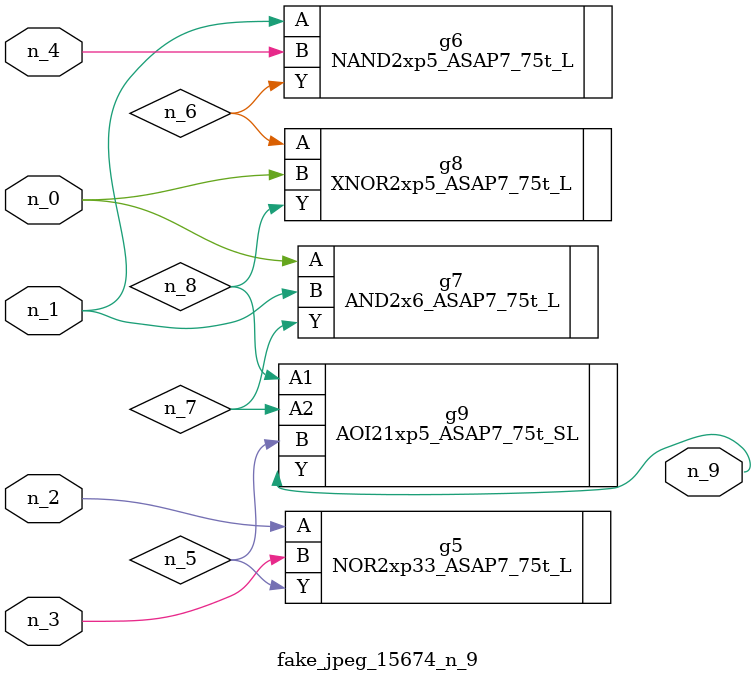
<source format=v>
module fake_jpeg_15674_n_9 (n_3, n_2, n_1, n_0, n_4, n_9);

input n_3;
input n_2;
input n_1;
input n_0;
input n_4;

output n_9;

wire n_8;
wire n_6;
wire n_5;
wire n_7;

NOR2xp33_ASAP7_75t_L g5 ( 
.A(n_2),
.B(n_3),
.Y(n_5)
);

NAND2xp5_ASAP7_75t_L g6 ( 
.A(n_1),
.B(n_4),
.Y(n_6)
);

AND2x6_ASAP7_75t_L g7 ( 
.A(n_0),
.B(n_1),
.Y(n_7)
);

XNOR2xp5_ASAP7_75t_L g8 ( 
.A(n_6),
.B(n_0),
.Y(n_8)
);

AOI21xp5_ASAP7_75t_SL g9 ( 
.A1(n_8),
.A2(n_7),
.B(n_5),
.Y(n_9)
);


endmodule
</source>
